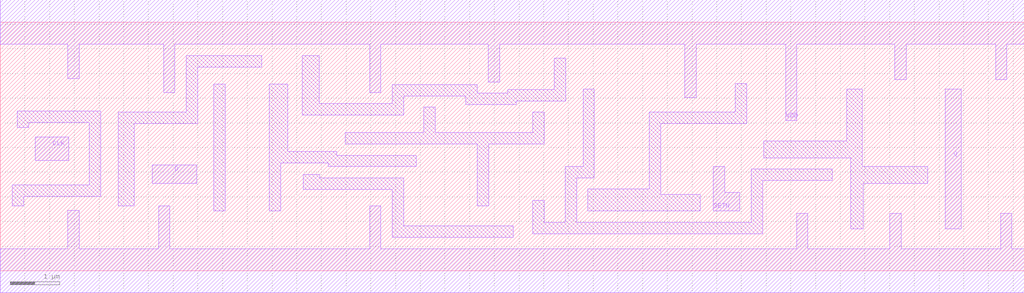
<source format=lef>
# Copyright 2022 GlobalFoundries PDK Authors
#
# Licensed under the Apache License, Version 2.0 (the "License");
# you may not use this file except in compliance with the License.
# You may obtain a copy of the License at
#
#      http://www.apache.org/licenses/LICENSE-2.0
#
# Unless required by applicable law or agreed to in writing, software
# distributed under the License is distributed on an "AS IS" BASIS,
# WITHOUT WARRANTIES OR CONDITIONS OF ANY KIND, either express or implied.
# See the License for the specific language governing permissions and
# limitations under the License.

MACRO gf180mcu_fd_sc_mcu9t5v0__dffsnq_2
  CLASS core ;
  FOREIGN gf180mcu_fd_sc_mcu9t5v0__dffsnq_2 0.0 0.0 ;
  ORIGIN 0 0 ;
  SYMMETRY X Y ;
  SITE GF018hv5v_green_sc9 ;
  SIZE 20.72 BY 5.04 ;
  PIN D
    DIRECTION INPUT ;
    ANTENNAGATEAREA 0.854 ;
    PORT
      LAYER Metal1 ;
        POLYGON 3.075 1.77 3.975 1.77 3.975 2.15 3.075 2.15  ;
    END
  END D
  PIN SETN
    DIRECTION INPUT ;
    ANTENNAGATEAREA 1.708 ;
    PORT
      LAYER Metal1 ;
        POLYGON 14.435 1.21 14.97 1.21 14.97 1.59 14.665 1.59 14.665 2.115 14.435 2.115  ;
    END
  END SETN
  PIN CLK
    DIRECTION INPUT ;
    USE clock ;
    ANTENNAGATEAREA 1.164 ;
    PORT
      LAYER Metal1 ;
        POLYGON 0.71 2.24 1.39 2.24 1.39 2.71 0.71 2.71  ;
    END
  END CLK
  PIN Q
    DIRECTION OUTPUT ;
    ANTENNADIFFAREA 1.638 ;
    PORT
      LAYER Metal1 ;
        POLYGON 19.125 0.845 19.45 0.845 19.45 3.685 19.125 3.685  ;
    END
  END Q
  PIN VDD
    DIRECTION INOUT ;
    USE power ;
    SHAPE ABUTMENT ;
    PORT
      LAYER Metal1 ;
        POLYGON 0 4.59 1.365 4.59 1.365 3.895 1.595 3.895 1.595 4.59 2.035 4.59 3.305 4.59 3.305 3.615 3.535 3.615 3.535 4.59 5.295 4.59 7.475 4.59 7.475 3.615 7.705 3.615 7.705 4.59 9.875 4.59 9.875 3.83 10.105 3.83 10.105 4.59 11.445 4.59 13.855 4.59 13.855 3.515 14.085 3.515 14.085 4.59 15.105 4.59 15.895 4.59 15.895 3.045 16.125 3.045 16.125 4.59 18.105 4.59 18.105 3.875 18.335 3.875 18.335 4.59 18.775 4.59 20.145 4.59 20.145 3.875 20.375 3.875 20.375 4.59 20.72 4.59 20.72 5.49 18.775 5.49 15.105 5.49 11.445 5.49 5.295 5.49 2.035 5.49 0 5.49  ;
    END
  END VDD
  PIN VSS
    DIRECTION INOUT ;
    USE ground ;
    SHAPE ABUTMENT ;
    PORT
      LAYER Metal1 ;
        POLYGON 0 -0.45 20.72 -0.45 20.72 0.45 20.475 0.45 20.475 1.165 20.245 1.165 20.245 0.45 18.235 0.45 18.235 1.165 18.005 1.165 18.005 0.45 16.345 0.45 16.345 1.165 16.115 1.165 16.115 0.45 7.705 0.45 7.705 1.32 7.475 1.32 7.475 0.45 3.435 0.45 3.435 1.32 3.205 1.32 3.205 0.45 1.595 0.45 1.595 1.225 1.365 1.225 1.365 0.45 0 0.45  ;
    END
  END VSS
  OBS
      LAYER Metal1 ;
        POLYGON 0.345 2.9 0.575 2.9 0.575 3.01 1.805 3.01 1.805 1.74 0.245 1.74 0.245 1.315 0.475 1.315 0.475 1.51 2.035 1.51 2.035 3.24 0.345 3.24  ;
        POLYGON 4.325 1.21 4.555 1.21 4.555 3.785 4.325 3.785  ;
        POLYGON 2.385 1.315 2.715 1.315 2.715 2.985 3.995 2.985 3.995 4.13 5.295 4.13 5.295 4.36 3.765 4.36 3.765 3.215 2.385 3.215  ;
        POLYGON 5.445 1.21 5.675 1.21 5.675 2.185 6.64 2.185 6.64 2.11 8.42 2.11 8.42 2.34 6.81 2.34 6.81 2.415 5.82 2.415 5.82 3.785 5.445 3.785  ;
        POLYGON 6.13 1.65 7.935 1.65 7.935 0.68 10.38 0.68 10.38 0.91 8.165 0.91 8.165 1.88 6.47 1.88 6.47 1.955 6.13 1.955  ;
        POLYGON 6.98 2.57 9.655 2.57 9.655 1.315 9.885 1.315 9.885 2.57 11.005 2.57 11.005 3.215 10.775 3.215 10.775 2.8 8.805 2.8 8.805 3.315 8.575 3.315 8.575 2.8 6.98 2.8  ;
        POLYGON 6.115 3.155 8.165 3.155 8.165 3.545 9.425 3.545 9.425 3.37 10.445 3.37 10.445 3.445 11.445 3.445 11.445 4.315 11.215 4.315 11.215 3.675 10.275 3.675 10.275 3.6 9.65 3.6 9.65 3.775 7.935 3.775 7.935 3.385 6.455 3.385 6.455 4.36 6.115 4.36  ;
        POLYGON 13.365 2.985 15.105 2.985 15.105 3.795 14.875 3.795 14.875 3.215 13.135 3.215 13.135 1.655 11.895 1.655 11.895 1.21 14.165 1.21 14.165 1.55 13.365 1.55  ;
        POLYGON 10.775 0.75 15.43 0.75 15.43 1.83 16.84 1.83 16.84 2.06 15.2 2.06 15.2 0.98 11.665 0.98 11.665 1.885 12.025 1.885 12.025 3.685 11.795 3.685 11.795 2.115 11.435 2.115 11.435 0.98 11.005 0.98 11.005 1.425 10.775 1.425  ;
        POLYGON 15.455 2.29 17.215 2.29 17.215 0.845 17.465 0.845 17.465 1.775 18.775 1.775 18.775 2.115 17.445 2.115 17.445 3.685 17.135 3.685 17.135 2.63 15.455 2.63  ;
  END
END gf180mcu_fd_sc_mcu9t5v0__dffsnq_2

</source>
